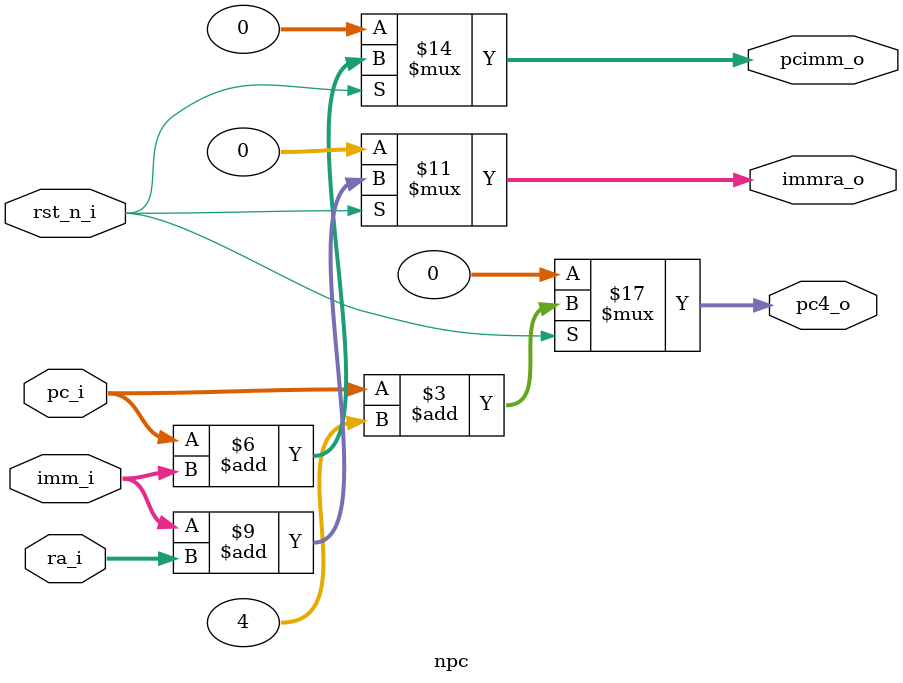
<source format=v>
module npc(
input   wire            rst_n_i,
input   wire    [31:0]  pc_i,
input   wire    [31:0]  ra_i,
input   wire    [31:0]  imm_i,
output  reg     [31:0]  pc4_o,
output  reg     [31:0]  pcimm_o,
output  reg     [31:0]  immra_o
);

always@(*) begin
    if (~rst_n_i) pc4_o = 32'b0;
    else pc4_o = pc_i + 32'd4;    
end

always@(*) begin
    if (~rst_n_i) pcimm_o = 32'b0;
    else pcimm_o = pc_i + imm_i;
end

always@(*) begin
    if (~rst_n_i) immra_o = 32'b0;
    else immra_o = imm_i + ra_i;
end

endmodule
</source>
